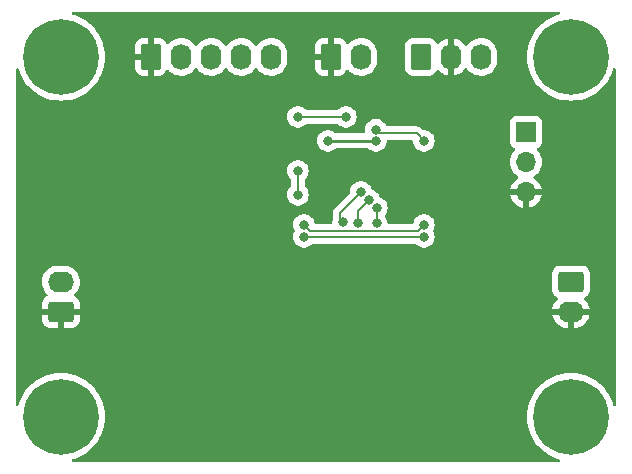
<source format=gbr>
%TF.GenerationSoftware,KiCad,Pcbnew,7.0.1-3b83917a11~172~ubuntu22.04.1*%
%TF.CreationDate,2023-04-03T12:58:31-05:00*%
%TF.ProjectId,adda-blinky,61646461-2d62-46c6-996e-6b792e6b6963,rev?*%
%TF.SameCoordinates,Original*%
%TF.FileFunction,Copper,L2,Bot*%
%TF.FilePolarity,Positive*%
%FSLAX46Y46*%
G04 Gerber Fmt 4.6, Leading zero omitted, Abs format (unit mm)*
G04 Created by KiCad (PCBNEW 7.0.1-3b83917a11~172~ubuntu22.04.1) date 2023-04-03 12:58:31*
%MOMM*%
%LPD*%
G01*
G04 APERTURE LIST*
G04 Aperture macros list*
%AMRoundRect*
0 Rectangle with rounded corners*
0 $1 Rounding radius*
0 $2 $3 $4 $5 $6 $7 $8 $9 X,Y pos of 4 corners*
0 Add a 4 corners polygon primitive as box body*
4,1,4,$2,$3,$4,$5,$6,$7,$8,$9,$2,$3,0*
0 Add four circle primitives for the rounded corners*
1,1,$1+$1,$2,$3*
1,1,$1+$1,$4,$5*
1,1,$1+$1,$6,$7*
1,1,$1+$1,$8,$9*
0 Add four rect primitives between the rounded corners*
20,1,$1+$1,$2,$3,$4,$5,0*
20,1,$1+$1,$4,$5,$6,$7,0*
20,1,$1+$1,$6,$7,$8,$9,0*
20,1,$1+$1,$8,$9,$2,$3,0*%
G04 Aperture macros list end*
%TA.AperFunction,ComponentPad*%
%ADD10RoundRect,0.250000X0.845000X-0.620000X0.845000X0.620000X-0.845000X0.620000X-0.845000X-0.620000X0*%
%TD*%
%TA.AperFunction,ComponentPad*%
%ADD11O,2.190000X1.740000*%
%TD*%
%TA.AperFunction,ComponentPad*%
%ADD12C,6.400000*%
%TD*%
%TA.AperFunction,ComponentPad*%
%ADD13R,1.700000X1.700000*%
%TD*%
%TA.AperFunction,ComponentPad*%
%ADD14O,1.700000X1.700000*%
%TD*%
%TA.AperFunction,ComponentPad*%
%ADD15RoundRect,0.250000X-0.620000X-0.845000X0.620000X-0.845000X0.620000X0.845000X-0.620000X0.845000X0*%
%TD*%
%TA.AperFunction,ComponentPad*%
%ADD16O,1.740000X2.190000*%
%TD*%
%TA.AperFunction,ComponentPad*%
%ADD17RoundRect,0.250000X-0.845000X0.620000X-0.845000X-0.620000X0.845000X-0.620000X0.845000X0.620000X0*%
%TD*%
%TA.AperFunction,ViaPad*%
%ADD18C,0.800000*%
%TD*%
%TA.AperFunction,Conductor*%
%ADD19C,0.152400*%
%TD*%
%TA.AperFunction,Conductor*%
%ADD20C,0.254000*%
%TD*%
G04 APERTURE END LIST*
D10*
%TO.P,J1,1,Pin_1*%
%TO.N,GND*%
X92710000Y-63500000D03*
D11*
%TO.P,J1,2,Pin_2*%
%TO.N,Net-(J1-Pin_2)*%
X92710000Y-60960000D03*
%TD*%
D12*
%TO.P,H3,1*%
%TO.N,N/C*%
X135890000Y-72390000D03*
%TD*%
D13*
%TO.P,RV1,1,1*%
%TO.N,+5V*%
X132080000Y-48275000D03*
D14*
%TO.P,RV1,2,2*%
%TO.N,/PB4*%
X132080000Y-50815000D03*
%TO.P,RV1,3,3*%
%TO.N,GND*%
X132080000Y-53355000D03*
%TD*%
D15*
%TO.P,J3,1,Pin_1*%
%TO.N,GND*%
X115570000Y-41910000D03*
D16*
%TO.P,J3,2,Pin_2*%
%TO.N,/PB5*%
X118110000Y-41910000D03*
%TD*%
D17*
%TO.P,J2,1,Pin_1*%
%TO.N,Net-(J2-Pin_1)*%
X135890000Y-60960000D03*
D11*
%TO.P,J2,2,Pin_2*%
%TO.N,GND*%
X135890000Y-63500000D03*
%TD*%
D12*
%TO.P,H4,1*%
%TO.N,N/C*%
X135890000Y-41910000D03*
%TD*%
%TO.P,H1,1*%
%TO.N,N/C*%
X92710000Y-41910000D03*
%TD*%
%TO.P,H2,1*%
%TO.N,N/C*%
X92710000Y-72390000D03*
%TD*%
D15*
%TO.P,J5,1,Pin_1*%
%TO.N,Net-(D10-A)*%
X123190000Y-41910000D03*
D16*
%TO.P,J5,2,Pin_2*%
%TO.N,GND*%
X125730000Y-41910000D03*
%TO.P,J5,3,Pin_3*%
%TO.N,/UPDI*%
X128270000Y-41910000D03*
%TD*%
D15*
%TO.P,J4,1,Pin_1*%
%TO.N,GND*%
X100330000Y-41910000D03*
D16*
%TO.P,J4,2,Pin_2*%
%TO.N,/PA4{slash}SS*%
X102870000Y-41910000D03*
%TO.P,J4,3,Pin_3*%
%TO.N,/PA3{slash}SCK*%
X105410000Y-41910000D03*
%TO.P,J4,4,Pin_4*%
%TO.N,/PA2{slash}MISO{slash}SCL*%
X107950000Y-41910000D03*
%TO.P,J4,5,Pin_5*%
%TO.N,/PA1{slash}MOSI{slash}SDA*%
X110490000Y-41910000D03*
%TD*%
D18*
%TO.N,/PB5*%
X112776000Y-46990000D03*
X112776000Y-53594000D03*
X116840000Y-46990000D03*
X112776000Y-51562000D03*
%TO.N,/PB4*%
X113284000Y-56134000D03*
X123444000Y-56134000D03*
%TO.N,/PC1*%
X119456194Y-54686194D03*
X119433333Y-56008722D03*
%TO.N,/PC2*%
X118783097Y-54013097D03*
X117856000Y-55987390D03*
%TO.N,/PC3*%
X118110000Y-53340000D03*
X116598100Y-55886641D03*
%TO.N,+5V*%
X119380000Y-49022000D03*
X115316000Y-49022000D03*
%TO.N,GND*%
X123323900Y-51562000D03*
X115570000Y-53340000D03*
X123323900Y-52578000D03*
X115570000Y-50546000D03*
%TO.N,/~{RESET}*%
X123444000Y-49022000D03*
X119380000Y-48070097D03*
%TO.N,/PA6{slash}OUT*%
X113284000Y-57150000D03*
X123444000Y-57150000D03*
%TD*%
D19*
%TO.N,/PB5*%
X116840000Y-46990000D02*
X116459025Y-46990000D01*
X112776000Y-51562000D02*
X112776000Y-53594000D01*
X116459025Y-46990000D02*
X112776000Y-46990000D01*
%TO.N,/PB4*%
X113284000Y-56134000D02*
X113787322Y-56637322D01*
X122940678Y-56637322D02*
X123444000Y-56134000D01*
X113787322Y-56637322D02*
X122940678Y-56637322D01*
%TO.N,/PC1*%
X119433333Y-56008722D02*
X119456194Y-55985861D01*
X119456194Y-55985861D02*
X119456194Y-54686194D01*
%TO.N,/PC2*%
X117856000Y-55987390D02*
X117856000Y-54940194D01*
X117856000Y-54940194D02*
X118783097Y-54013097D01*
%TO.N,/PC3*%
X116332000Y-55620541D02*
X116332000Y-55118000D01*
X116598100Y-55886641D02*
X116332000Y-55620541D01*
X116332000Y-55118000D02*
X118110000Y-53340000D01*
D20*
%TO.N,+5V*%
X119380000Y-49022000D02*
X115316000Y-49022000D01*
D19*
%TO.N,/~{RESET}*%
X119380000Y-48070097D02*
X119703303Y-48393400D01*
X122815400Y-48393400D02*
X123444000Y-49022000D01*
X119703303Y-48393400D02*
X122815400Y-48393400D01*
%TO.N,/PA6{slash}OUT*%
X123444000Y-57150000D02*
X113284000Y-57150000D01*
%TD*%
%TA.AperFunction,Conductor*%
%TO.N,GND*%
G36*
X134894088Y-38114511D02*
G01*
X134938406Y-38153377D01*
X134959770Y-38208315D01*
X134953353Y-38266911D01*
X134920604Y-38315922D01*
X134868925Y-38344275D01*
X134742436Y-38378167D01*
X134379547Y-38517467D01*
X134033201Y-38693939D01*
X133707210Y-38905640D01*
X133405121Y-39150268D01*
X133130268Y-39425121D01*
X132885640Y-39727210D01*
X132673939Y-40053201D01*
X132497467Y-40399547D01*
X132358167Y-40762436D01*
X132257560Y-41137906D01*
X132196753Y-41521822D01*
X132176411Y-41910000D01*
X132196753Y-42298177D01*
X132257560Y-42682093D01*
X132358167Y-43057563D01*
X132497467Y-43420452D01*
X132673939Y-43766799D01*
X132885640Y-44092789D01*
X132885643Y-44092793D01*
X133130266Y-44394876D01*
X133405124Y-44669734D01*
X133707207Y-44914357D01*
X133707209Y-44914358D01*
X133707210Y-44914359D01*
X134033200Y-45126060D01*
X134379547Y-45302532D01*
X134742438Y-45441833D01*
X135117901Y-45542438D01*
X135117904Y-45542438D01*
X135117906Y-45542439D01*
X135501822Y-45603246D01*
X135538648Y-45605175D01*
X135890000Y-45623589D01*
X136258846Y-45604258D01*
X136278177Y-45603246D01*
X136662093Y-45542439D01*
X136662093Y-45542438D01*
X136662099Y-45542438D01*
X137037562Y-45441833D01*
X137400453Y-45302532D01*
X137746795Y-45126062D01*
X137746794Y-45126062D01*
X137746799Y-45126060D01*
X137909794Y-45020209D01*
X138072793Y-44914357D01*
X138374876Y-44669734D01*
X138649734Y-44394876D01*
X138894357Y-44092793D01*
X139000209Y-43929793D01*
X139106060Y-43766799D01*
X139233218Y-43517237D01*
X139282532Y-43420453D01*
X139421833Y-43057562D01*
X139455725Y-42931074D01*
X139484078Y-42879396D01*
X139533089Y-42846647D01*
X139591685Y-42840230D01*
X139646623Y-42861594D01*
X139685489Y-42905912D01*
X139699500Y-42963169D01*
X139699500Y-71336831D01*
X139685489Y-71394088D01*
X139646623Y-71438406D01*
X139591685Y-71459770D01*
X139533089Y-71453353D01*
X139484078Y-71420604D01*
X139455725Y-71368925D01*
X139421833Y-71242438D01*
X139282532Y-70879547D01*
X139282531Y-70879546D01*
X139106060Y-70533201D01*
X138894359Y-70207210D01*
X138894357Y-70207207D01*
X138649734Y-69905124D01*
X138374876Y-69630266D01*
X138072793Y-69385643D01*
X138072791Y-69385642D01*
X138072789Y-69385640D01*
X137746799Y-69173939D01*
X137400452Y-68997467D01*
X137037563Y-68858167D01*
X136662093Y-68757560D01*
X136278177Y-68696753D01*
X135890000Y-68676411D01*
X135501822Y-68696753D01*
X135117906Y-68757560D01*
X134742436Y-68858167D01*
X134379547Y-68997467D01*
X134033201Y-69173939D01*
X133707210Y-69385640D01*
X133405121Y-69630268D01*
X133130268Y-69905121D01*
X132885640Y-70207210D01*
X132673939Y-70533201D01*
X132497467Y-70879547D01*
X132358167Y-71242436D01*
X132257560Y-71617906D01*
X132196753Y-72001822D01*
X132176411Y-72389999D01*
X132196753Y-72778177D01*
X132257560Y-73162093D01*
X132358167Y-73537563D01*
X132497467Y-73900452D01*
X132673939Y-74246799D01*
X132885640Y-74572789D01*
X132885643Y-74572793D01*
X133130266Y-74874876D01*
X133405124Y-75149734D01*
X133707207Y-75394357D01*
X133707209Y-75394358D01*
X133707210Y-75394359D01*
X134033200Y-75606060D01*
X134379546Y-75782531D01*
X134379547Y-75782532D01*
X134742438Y-75921833D01*
X134868925Y-75955725D01*
X134920604Y-75984078D01*
X134953353Y-76033089D01*
X134959770Y-76091685D01*
X134938406Y-76146623D01*
X134894088Y-76185489D01*
X134836831Y-76199500D01*
X93763169Y-76199500D01*
X93705912Y-76185489D01*
X93661594Y-76146623D01*
X93640230Y-76091685D01*
X93646647Y-76033089D01*
X93679396Y-75984078D01*
X93731075Y-75955725D01*
X93857562Y-75921833D01*
X94220453Y-75782532D01*
X94566795Y-75606062D01*
X94566794Y-75606062D01*
X94566799Y-75606060D01*
X94729793Y-75500209D01*
X94892793Y-75394357D01*
X95194876Y-75149734D01*
X95469734Y-74874876D01*
X95714357Y-74572793D01*
X95820209Y-74409793D01*
X95926060Y-74246799D01*
X95938338Y-74222701D01*
X96102532Y-73900453D01*
X96241833Y-73537562D01*
X96342438Y-73162099D01*
X96403246Y-72778176D01*
X96423589Y-72390000D01*
X96403246Y-72001824D01*
X96342438Y-71617901D01*
X96241833Y-71242438D01*
X96102532Y-70879547D01*
X96102531Y-70879546D01*
X95926060Y-70533201D01*
X95714359Y-70207210D01*
X95714357Y-70207207D01*
X95469734Y-69905124D01*
X95194876Y-69630266D01*
X94892793Y-69385643D01*
X94892791Y-69385642D01*
X94892789Y-69385640D01*
X94566799Y-69173939D01*
X94220452Y-68997467D01*
X93857563Y-68858167D01*
X93482093Y-68757560D01*
X93098177Y-68696753D01*
X92710000Y-68676411D01*
X92321822Y-68696753D01*
X91937906Y-68757560D01*
X91562436Y-68858167D01*
X91199547Y-68997467D01*
X90853201Y-69173939D01*
X90527210Y-69385640D01*
X90225121Y-69630268D01*
X89950268Y-69905121D01*
X89705640Y-70207210D01*
X89493939Y-70533201D01*
X89317467Y-70879547D01*
X89178167Y-71242436D01*
X89144275Y-71368925D01*
X89115922Y-71420604D01*
X89066911Y-71453353D01*
X89008315Y-71459770D01*
X88953377Y-71438406D01*
X88914511Y-71394088D01*
X88900500Y-71336831D01*
X88900500Y-63750000D01*
X91115001Y-63750000D01*
X91115001Y-64169979D01*
X91125493Y-64272695D01*
X91180642Y-64439122D01*
X91272683Y-64588345D01*
X91396654Y-64712316D01*
X91545877Y-64804357D01*
X91712303Y-64859506D01*
X91815021Y-64870000D01*
X92460000Y-64870000D01*
X92460000Y-63750000D01*
X92960000Y-63750000D01*
X92960000Y-64869999D01*
X93604979Y-64869999D01*
X93707695Y-64859506D01*
X93874122Y-64804357D01*
X94023345Y-64712316D01*
X94147316Y-64588345D01*
X94239357Y-64439122D01*
X94294506Y-64272696D01*
X94305000Y-64169979D01*
X94305000Y-63750000D01*
X134317425Y-63750000D01*
X134350317Y-63902621D01*
X134437267Y-64119005D01*
X134559543Y-64317594D01*
X134713618Y-64492657D01*
X134895057Y-64639160D01*
X135098655Y-64752896D01*
X135318544Y-64830588D01*
X135548394Y-64870000D01*
X135640000Y-64870000D01*
X135640000Y-63750000D01*
X136140000Y-63750000D01*
X136140000Y-64870000D01*
X136173198Y-64870000D01*
X136347364Y-64855176D01*
X136573054Y-64796410D01*
X136785557Y-64700353D01*
X136978772Y-64569763D01*
X137147139Y-64408396D01*
X137285812Y-64220898D01*
X137390803Y-64012660D01*
X137459092Y-63789673D01*
X137464173Y-63750000D01*
X136140000Y-63750000D01*
X135640000Y-63750000D01*
X134317425Y-63750000D01*
X94305000Y-63750000D01*
X92960000Y-63750000D01*
X92460000Y-63750000D01*
X91115001Y-63750000D01*
X88900500Y-63750000D01*
X88900500Y-60901286D01*
X91102763Y-60901286D01*
X91112721Y-61135724D01*
X91162159Y-61365118D01*
X91249651Y-61582851D01*
X91372680Y-61782662D01*
X91527712Y-61958813D01*
X91565566Y-61989378D01*
X91601185Y-62035959D01*
X91611419Y-62093697D01*
X91593978Y-62149682D01*
X91552764Y-62191393D01*
X91396655Y-62287682D01*
X91272683Y-62411654D01*
X91180642Y-62560877D01*
X91125493Y-62727303D01*
X91115000Y-62830021D01*
X91115000Y-63250000D01*
X94304999Y-63250000D01*
X94304999Y-62830021D01*
X94294506Y-62727304D01*
X94239357Y-62560877D01*
X94147316Y-62411654D01*
X94023346Y-62287684D01*
X93866873Y-62191171D01*
X93827037Y-62151701D01*
X93808663Y-62098719D01*
X93815507Y-62043061D01*
X93846168Y-61996111D01*
X93973543Y-61874033D01*
X94113077Y-61685371D01*
X94140720Y-61630544D01*
X134286500Y-61630544D01*
X134297112Y-61734425D01*
X134352884Y-61902736D01*
X134445971Y-62053654D01*
X134571346Y-62179029D01*
X134606515Y-62200721D01*
X134722262Y-62272115D01*
X134722264Y-62272115D01*
X134734259Y-62279514D01*
X134774095Y-62318983D01*
X134792470Y-62371965D01*
X134785627Y-62427623D01*
X134754964Y-62474575D01*
X134632861Y-62591602D01*
X134494187Y-62779101D01*
X134389196Y-62987339D01*
X134320907Y-63210326D01*
X134315827Y-63250000D01*
X137462575Y-63250000D01*
X137429682Y-63097378D01*
X137342732Y-62880994D01*
X137220456Y-62682405D01*
X137066383Y-62507344D01*
X137033773Y-62481013D01*
X136998154Y-62434432D01*
X136987921Y-62376694D01*
X137005362Y-62320709D01*
X137046577Y-62278998D01*
X137057734Y-62272116D01*
X137057738Y-62272115D01*
X137208652Y-62179030D01*
X137334030Y-62053652D01*
X137427115Y-61902738D01*
X137482887Y-61734426D01*
X137493500Y-61630545D01*
X137493499Y-60289456D01*
X137482887Y-60185574D01*
X137427115Y-60017262D01*
X137334030Y-59866348D01*
X137334029Y-59866347D01*
X137334028Y-59866345D01*
X137208654Y-59740971D01*
X137070155Y-59655544D01*
X137057738Y-59647885D01*
X137057737Y-59647884D01*
X137057736Y-59647884D01*
X136889426Y-59592112D01*
X136795173Y-59582483D01*
X136785544Y-59581500D01*
X134994455Y-59581500D01*
X134890574Y-59592112D01*
X134722263Y-59647884D01*
X134571345Y-59740971D01*
X134445971Y-59866345D01*
X134352884Y-60017263D01*
X134297112Y-60185573D01*
X134286500Y-60289455D01*
X134286500Y-61630544D01*
X94140720Y-61630544D01*
X94218720Y-61475841D01*
X94287432Y-61251471D01*
X94317237Y-61018717D01*
X94307278Y-60784273D01*
X94257841Y-60554884D01*
X94170349Y-60337150D01*
X94170348Y-60337148D01*
X94047319Y-60137337D01*
X93892284Y-59961182D01*
X93709719Y-59813771D01*
X93504858Y-59699329D01*
X93283605Y-59621155D01*
X93052330Y-59581500D01*
X93052328Y-59581500D01*
X92426442Y-59581500D01*
X92426439Y-59581500D01*
X92251191Y-59596415D01*
X92024104Y-59655543D01*
X91810282Y-59752198D01*
X91615868Y-59883599D01*
X91446456Y-60045967D01*
X91306923Y-60234628D01*
X91201280Y-60444158D01*
X91132568Y-60668529D01*
X91102763Y-60901286D01*
X88900500Y-60901286D01*
X88900500Y-57150000D01*
X112370496Y-57150000D01*
X112390458Y-57339929D01*
X112449472Y-57521556D01*
X112544957Y-57686941D01*
X112544960Y-57686944D01*
X112672747Y-57828866D01*
X112827247Y-57941117D01*
X112827248Y-57941118D01*
X113001714Y-58018795D01*
X113188511Y-58058500D01*
X113188513Y-58058500D01*
X113379487Y-58058500D01*
X113379489Y-58058500D01*
X113566285Y-58018795D01*
X113566286Y-58018794D01*
X113566288Y-58018794D01*
X113740752Y-57941118D01*
X113895253Y-57828866D01*
X113943099Y-57775727D01*
X113984813Y-57745420D01*
X114035248Y-57734700D01*
X122692752Y-57734700D01*
X122743187Y-57745420D01*
X122784900Y-57775727D01*
X122832747Y-57828866D01*
X122987248Y-57941118D01*
X123161714Y-58018795D01*
X123348511Y-58058500D01*
X123348513Y-58058500D01*
X123539487Y-58058500D01*
X123539489Y-58058500D01*
X123726285Y-58018795D01*
X123726286Y-58018794D01*
X123726288Y-58018794D01*
X123900752Y-57941118D01*
X124055253Y-57828866D01*
X124183040Y-57686944D01*
X124278527Y-57521556D01*
X124337542Y-57339928D01*
X124357504Y-57150000D01*
X124337542Y-56960072D01*
X124278527Y-56778444D01*
X124235546Y-56703999D01*
X124218933Y-56641998D01*
X124235547Y-56579998D01*
X124278526Y-56505558D01*
X124278528Y-56505553D01*
X124337542Y-56323928D01*
X124357504Y-56134000D01*
X124337542Y-55944072D01*
X124278527Y-55762444D01*
X124278527Y-55762443D01*
X124183042Y-55597058D01*
X124154328Y-55565168D01*
X124055253Y-55455134D01*
X123900752Y-55342882D01*
X123900751Y-55342881D01*
X123726285Y-55265204D01*
X123539489Y-55225500D01*
X123539487Y-55225500D01*
X123348513Y-55225500D01*
X123348511Y-55225500D01*
X123161714Y-55265204D01*
X122987248Y-55342881D01*
X122832748Y-55455133D01*
X122704957Y-55597058D01*
X122609472Y-55762443D01*
X122561405Y-55910379D01*
X122551267Y-55941584D01*
X122546431Y-55956467D01*
X122545421Y-55956139D01*
X122530199Y-55997963D01*
X122485613Y-56038108D01*
X122427399Y-56052622D01*
X120463101Y-56052622D01*
X120404887Y-56038108D01*
X120360300Y-55997962D01*
X120339780Y-55941586D01*
X120326875Y-55818794D01*
X120267860Y-55637166D01*
X120267860Y-55637165D01*
X120172373Y-55471777D01*
X120146573Y-55443123D01*
X120118407Y-55390149D01*
X120118408Y-55330153D01*
X120146575Y-55277179D01*
X120157357Y-55265204D01*
X120195234Y-55223138D01*
X120290721Y-55057750D01*
X120349736Y-54876122D01*
X120369698Y-54686194D01*
X120349736Y-54496266D01*
X120290721Y-54314638D01*
X120290721Y-54314637D01*
X120195236Y-54149252D01*
X120090180Y-54032576D01*
X120067447Y-54007328D01*
X119912946Y-53895076D01*
X119912945Y-53895075D01*
X119807067Y-53847935D01*
X119738482Y-53817400D01*
X119738480Y-53817399D01*
X119726577Y-53812100D01*
X119727025Y-53811093D01*
X119682871Y-53788594D01*
X119647914Y-53734764D01*
X119617624Y-53641540D01*
X119596528Y-53605000D01*
X130749364Y-53605000D01*
X130806569Y-53818492D01*
X130906399Y-54032576D01*
X131041893Y-54226081D01*
X131208918Y-54393106D01*
X131402423Y-54528600D01*
X131616507Y-54628430D01*
X131829999Y-54685635D01*
X131830000Y-54685636D01*
X131830000Y-53605000D01*
X132330000Y-53605000D01*
X132330000Y-54685635D01*
X132543492Y-54628430D01*
X132757576Y-54528600D01*
X132951081Y-54393106D01*
X133118106Y-54226081D01*
X133253600Y-54032576D01*
X133353430Y-53818492D01*
X133410636Y-53605000D01*
X132330000Y-53605000D01*
X131830000Y-53605000D01*
X130749364Y-53605000D01*
X119596528Y-53605000D01*
X119522139Y-53476155D01*
X119502539Y-53454388D01*
X119394350Y-53334231D01*
X119239849Y-53221979D01*
X119239848Y-53221978D01*
X119078342Y-53150072D01*
X119065385Y-53144303D01*
X119065383Y-53144302D01*
X119053480Y-53139003D01*
X119053928Y-53137996D01*
X119009774Y-53115497D01*
X118974817Y-53061667D01*
X118944527Y-52968443D01*
X118849042Y-52803058D01*
X118829442Y-52781291D01*
X118721253Y-52661134D01*
X118566752Y-52548882D01*
X118566751Y-52548881D01*
X118392285Y-52471204D01*
X118205489Y-52431500D01*
X118205487Y-52431500D01*
X118014513Y-52431500D01*
X118014511Y-52431500D01*
X117827714Y-52471204D01*
X117653248Y-52548881D01*
X117498748Y-52661133D01*
X117370957Y-52803058D01*
X117275472Y-52968443D01*
X117216458Y-53150070D01*
X117196496Y-53340000D01*
X117198551Y-53359555D01*
X117192117Y-53413908D01*
X117162911Y-53460196D01*
X115951404Y-54671704D01*
X115939213Y-54682396D01*
X115914988Y-54700985D01*
X115855423Y-54778611D01*
X115855422Y-54778613D01*
X115820986Y-54823491D01*
X115819710Y-54826882D01*
X115762350Y-54965362D01*
X115762350Y-54965363D01*
X115753736Y-55030796D01*
X115742254Y-55118000D01*
X115742255Y-55118000D01*
X115746239Y-55148261D01*
X115747300Y-55164447D01*
X115747300Y-55545528D01*
X115741231Y-55583846D01*
X115704558Y-55696711D01*
X115684596Y-55886641D01*
X115687646Y-55915662D01*
X115675775Y-55982981D01*
X115630035Y-56033780D01*
X115564325Y-56052622D01*
X114300601Y-56052622D01*
X114242387Y-56038108D01*
X114197801Y-55997963D01*
X114182578Y-55956139D01*
X114181569Y-55956467D01*
X114176733Y-55941584D01*
X114118527Y-55762444D01*
X114118527Y-55762443D01*
X114023042Y-55597058D01*
X113994328Y-55565168D01*
X113895253Y-55455134D01*
X113740752Y-55342882D01*
X113740751Y-55342881D01*
X113566285Y-55265204D01*
X113379489Y-55225500D01*
X113379487Y-55225500D01*
X113188513Y-55225500D01*
X113188511Y-55225500D01*
X113001714Y-55265204D01*
X112827248Y-55342881D01*
X112672748Y-55455133D01*
X112544957Y-55597058D01*
X112449472Y-55762443D01*
X112390458Y-55944070D01*
X112370496Y-56133999D01*
X112390458Y-56323929D01*
X112449471Y-56505553D01*
X112449473Y-56505556D01*
X112492453Y-56580000D01*
X112509066Y-56641998D01*
X112492453Y-56703999D01*
X112449472Y-56778443D01*
X112390458Y-56960070D01*
X112370496Y-57150000D01*
X88900500Y-57150000D01*
X88900500Y-53594000D01*
X111862496Y-53594000D01*
X111882458Y-53783929D01*
X111941472Y-53965556D01*
X112036957Y-54130941D01*
X112066355Y-54163591D01*
X112164747Y-54272866D01*
X112319248Y-54385118D01*
X112493714Y-54462795D01*
X112680511Y-54502500D01*
X112680513Y-54502500D01*
X112871487Y-54502500D01*
X112871489Y-54502500D01*
X113058285Y-54462795D01*
X113058286Y-54462794D01*
X113058288Y-54462794D01*
X113232752Y-54385118D01*
X113387253Y-54272866D01*
X113515040Y-54130944D01*
X113586411Y-54007327D01*
X113610527Y-53965556D01*
X113610527Y-53965555D01*
X113669542Y-53783928D01*
X113689504Y-53594000D01*
X113669542Y-53404072D01*
X113610527Y-53222444D01*
X113610527Y-53222443D01*
X113515040Y-53057056D01*
X113392550Y-52921017D01*
X113368936Y-52882483D01*
X113360700Y-52838045D01*
X113360700Y-52317955D01*
X113368936Y-52273517D01*
X113392550Y-52234983D01*
X113432840Y-52190236D01*
X113515040Y-52098944D01*
X113610527Y-51933556D01*
X113669542Y-51751928D01*
X113689504Y-51562000D01*
X113669542Y-51372072D01*
X113610527Y-51190444D01*
X113610527Y-51190443D01*
X113515042Y-51025058D01*
X113495442Y-51003291D01*
X113387253Y-50883134D01*
X113293475Y-50815000D01*
X130716843Y-50815000D01*
X130735435Y-51039363D01*
X130735435Y-51039366D01*
X130735436Y-51039368D01*
X130773693Y-51190443D01*
X130790705Y-51257618D01*
X130881138Y-51463788D01*
X130881140Y-51463791D01*
X131004278Y-51652268D01*
X131156760Y-51817906D01*
X131334424Y-51956189D01*
X131377697Y-51979607D01*
X131423336Y-52022156D01*
X131442475Y-52081545D01*
X131430267Y-52142737D01*
X131389803Y-52190236D01*
X131208918Y-52316893D01*
X131041890Y-52483921D01*
X130906400Y-52677421D01*
X130806569Y-52891507D01*
X130749364Y-53104999D01*
X130749364Y-53105000D01*
X133410636Y-53105000D01*
X133410635Y-53104999D01*
X133353430Y-52891507D01*
X133253599Y-52677421D01*
X133118109Y-52483921D01*
X132951081Y-52316893D01*
X132770197Y-52190236D01*
X132729733Y-52142737D01*
X132717525Y-52081545D01*
X132736664Y-52022156D01*
X132782302Y-51979607D01*
X132825576Y-51956189D01*
X133003240Y-51817906D01*
X133155722Y-51652268D01*
X133278860Y-51463791D01*
X133369296Y-51257616D01*
X133424564Y-51039368D01*
X133443156Y-50815000D01*
X133424564Y-50590632D01*
X133369296Y-50372384D01*
X133278860Y-50166209D01*
X133155722Y-49977732D01*
X133155721Y-49977731D01*
X133155718Y-49977726D01*
X133010510Y-49819990D01*
X132981736Y-49767238D01*
X132981143Y-49707151D01*
X133008870Y-49653840D01*
X133058401Y-49619827D01*
X133176204Y-49575889D01*
X133293261Y-49488261D01*
X133380889Y-49371204D01*
X133431989Y-49234201D01*
X133438500Y-49173638D01*
X133438500Y-47376362D01*
X133431989Y-47315799D01*
X133431988Y-47315797D01*
X133431988Y-47315794D01*
X133380889Y-47178796D01*
X133293261Y-47061738D01*
X133176203Y-46974110D01*
X133039205Y-46923011D01*
X133008919Y-46919755D01*
X132978638Y-46916500D01*
X131181362Y-46916500D01*
X131154445Y-46919393D01*
X131120794Y-46923011D01*
X130983796Y-46974110D01*
X130866738Y-47061738D01*
X130779110Y-47178796D01*
X130728011Y-47315794D01*
X130721500Y-47376366D01*
X130721500Y-49173634D01*
X130728011Y-49234205D01*
X130779110Y-49371203D01*
X130866738Y-49488261D01*
X130961156Y-49558941D01*
X130983796Y-49575889D01*
X131101596Y-49619826D01*
X131151129Y-49653840D01*
X131178856Y-49707151D01*
X131178263Y-49767237D01*
X131149490Y-49819990D01*
X131004279Y-49977730D01*
X130881138Y-50166211D01*
X130790705Y-50372381D01*
X130735435Y-50590636D01*
X130716843Y-50815000D01*
X113293475Y-50815000D01*
X113232752Y-50770882D01*
X113232751Y-50770881D01*
X113058285Y-50693204D01*
X112871489Y-50653500D01*
X112871487Y-50653500D01*
X112680513Y-50653500D01*
X112680511Y-50653500D01*
X112493714Y-50693204D01*
X112319248Y-50770881D01*
X112164748Y-50883133D01*
X112036957Y-51025058D01*
X111941472Y-51190443D01*
X111882458Y-51372070D01*
X111862496Y-51562000D01*
X111882458Y-51751929D01*
X111941472Y-51933556D01*
X112036959Y-52098943D01*
X112159450Y-52234983D01*
X112183064Y-52273517D01*
X112191300Y-52317955D01*
X112191300Y-52838045D01*
X112183064Y-52882483D01*
X112159450Y-52921017D01*
X112036959Y-53057056D01*
X111941472Y-53222443D01*
X111882458Y-53404070D01*
X111862496Y-53594000D01*
X88900500Y-53594000D01*
X88900500Y-49021999D01*
X114402496Y-49021999D01*
X114422458Y-49211929D01*
X114481472Y-49393556D01*
X114576957Y-49558941D01*
X114592217Y-49575889D01*
X114704747Y-49700866D01*
X114796100Y-49767238D01*
X114859248Y-49813118D01*
X115033714Y-49890795D01*
X115220511Y-49930500D01*
X115220513Y-49930500D01*
X115411487Y-49930500D01*
X115411489Y-49930500D01*
X115598285Y-49890795D01*
X115598286Y-49890794D01*
X115598288Y-49890794D01*
X115772752Y-49813118D01*
X115927253Y-49700866D01*
X115929359Y-49698526D01*
X115971074Y-49668220D01*
X116021508Y-49657500D01*
X118674492Y-49657500D01*
X118724926Y-49668220D01*
X118766640Y-49698526D01*
X118768747Y-49700866D01*
X118860100Y-49767238D01*
X118923248Y-49813118D01*
X119097714Y-49890795D01*
X119284511Y-49930500D01*
X119284513Y-49930500D01*
X119475487Y-49930500D01*
X119475489Y-49930500D01*
X119662285Y-49890795D01*
X119662286Y-49890794D01*
X119662288Y-49890794D01*
X119836752Y-49813118D01*
X119991253Y-49700866D01*
X120119040Y-49558944D01*
X120214527Y-49393556D01*
X120273542Y-49211928D01*
X120286447Y-49089135D01*
X120306967Y-49032760D01*
X120351554Y-48992614D01*
X120409768Y-48978100D01*
X122414232Y-48978100D01*
X122472446Y-48992614D01*
X122517033Y-49032760D01*
X122537552Y-49089135D01*
X122546433Y-49173634D01*
X122550458Y-49211929D01*
X122609472Y-49393556D01*
X122704957Y-49558941D01*
X122720217Y-49575889D01*
X122832747Y-49700866D01*
X122924100Y-49767238D01*
X122987248Y-49813118D01*
X123161714Y-49890795D01*
X123348511Y-49930500D01*
X123348513Y-49930500D01*
X123539487Y-49930500D01*
X123539489Y-49930500D01*
X123726285Y-49890795D01*
X123726286Y-49890794D01*
X123726288Y-49890794D01*
X123900752Y-49813118D01*
X124055253Y-49700866D01*
X124183040Y-49558944D01*
X124278527Y-49393556D01*
X124337542Y-49211928D01*
X124357504Y-49022000D01*
X124337542Y-48832072D01*
X124278527Y-48650444D01*
X124278527Y-48650443D01*
X124183042Y-48485058D01*
X124163442Y-48463291D01*
X124055253Y-48343134D01*
X123900752Y-48230882D01*
X123900751Y-48230881D01*
X123726285Y-48153204D01*
X123539489Y-48113500D01*
X123539487Y-48113500D01*
X123413752Y-48113500D01*
X123366299Y-48104061D01*
X123326071Y-48077181D01*
X123261693Y-48012803D01*
X123250997Y-48000607D01*
X123232412Y-47976386D01*
X123130909Y-47898501D01*
X123130908Y-47898500D01*
X123110273Y-47882666D01*
X123110272Y-47882665D01*
X123081456Y-47870730D01*
X123052640Y-47858794D01*
X122968036Y-47823749D01*
X122845665Y-47807639D01*
X122845660Y-47807639D01*
X122815399Y-47803654D01*
X122787763Y-47807293D01*
X122785137Y-47807639D01*
X122768953Y-47808700D01*
X120340411Y-47808700D01*
X120289975Y-47797979D01*
X120248260Y-47767672D01*
X120222480Y-47723017D01*
X120214527Y-47698541D01*
X120119042Y-47533155D01*
X120099442Y-47511388D01*
X119991253Y-47391231D01*
X119836752Y-47278979D01*
X119836751Y-47278978D01*
X119662285Y-47201301D01*
X119475489Y-47161597D01*
X119475487Y-47161597D01*
X119284513Y-47161597D01*
X119284511Y-47161597D01*
X119097714Y-47201301D01*
X118923248Y-47278978D01*
X118768748Y-47391230D01*
X118640957Y-47533155D01*
X118545472Y-47698540D01*
X118486458Y-47880167D01*
X118473122Y-48007055D01*
X118466496Y-48070097D01*
X118485356Y-48249542D01*
X118473487Y-48316858D01*
X118427746Y-48367658D01*
X118362036Y-48386500D01*
X116021508Y-48386500D01*
X115971074Y-48375780D01*
X115929360Y-48345474D01*
X115927255Y-48343136D01*
X115927254Y-48343135D01*
X115927253Y-48343134D01*
X115772752Y-48230882D01*
X115772751Y-48230881D01*
X115598285Y-48153204D01*
X115411489Y-48113500D01*
X115411487Y-48113500D01*
X115220513Y-48113500D01*
X115220511Y-48113500D01*
X115033714Y-48153204D01*
X114859248Y-48230881D01*
X114704748Y-48343133D01*
X114576957Y-48485058D01*
X114481472Y-48650443D01*
X114422458Y-48832070D01*
X114402496Y-49021999D01*
X88900500Y-49021999D01*
X88900500Y-46990000D01*
X111862496Y-46990000D01*
X111882458Y-47179929D01*
X111941472Y-47361556D01*
X112036957Y-47526941D01*
X112042552Y-47533155D01*
X112164747Y-47668866D01*
X112300741Y-47767672D01*
X112319248Y-47781118D01*
X112493714Y-47858795D01*
X112680511Y-47898500D01*
X112680513Y-47898500D01*
X112871487Y-47898500D01*
X112871489Y-47898500D01*
X113058285Y-47858795D01*
X113058286Y-47858794D01*
X113058288Y-47858794D01*
X113232752Y-47781118D01*
X113387253Y-47668866D01*
X113435099Y-47615727D01*
X113476813Y-47585420D01*
X113527248Y-47574700D01*
X116088752Y-47574700D01*
X116139187Y-47585420D01*
X116180900Y-47615727D01*
X116228747Y-47668866D01*
X116364741Y-47767672D01*
X116383248Y-47781118D01*
X116557714Y-47858795D01*
X116744511Y-47898500D01*
X116744513Y-47898500D01*
X116935487Y-47898500D01*
X116935489Y-47898500D01*
X117122285Y-47858795D01*
X117122286Y-47858794D01*
X117122288Y-47858794D01*
X117296752Y-47781118D01*
X117451253Y-47668866D01*
X117579040Y-47526944D01*
X117674527Y-47361556D01*
X117733542Y-47179928D01*
X117753504Y-46990000D01*
X117733542Y-46800072D01*
X117674527Y-46618444D01*
X117674527Y-46618443D01*
X117579042Y-46453058D01*
X117526388Y-46394580D01*
X117451253Y-46311134D01*
X117296752Y-46198882D01*
X117296751Y-46198881D01*
X117122285Y-46121204D01*
X116935489Y-46081500D01*
X116935487Y-46081500D01*
X116744513Y-46081500D01*
X116744511Y-46081500D01*
X116557714Y-46121204D01*
X116383248Y-46198881D01*
X116261922Y-46287030D01*
X116228749Y-46311133D01*
X116228746Y-46311135D01*
X116180902Y-46364272D01*
X116139187Y-46394580D01*
X116088752Y-46405300D01*
X113527248Y-46405300D01*
X113476813Y-46394580D01*
X113435098Y-46364272D01*
X113387253Y-46311134D01*
X113232752Y-46198882D01*
X113232751Y-46198881D01*
X113058285Y-46121204D01*
X112871489Y-46081500D01*
X112871487Y-46081500D01*
X112680513Y-46081500D01*
X112680511Y-46081500D01*
X112493714Y-46121204D01*
X112319248Y-46198881D01*
X112164748Y-46311133D01*
X112036957Y-46453058D01*
X111941472Y-46618443D01*
X111882458Y-46800070D01*
X111862496Y-46990000D01*
X88900500Y-46990000D01*
X88900500Y-42963169D01*
X88914511Y-42905912D01*
X88953377Y-42861594D01*
X89008315Y-42840230D01*
X89066911Y-42846647D01*
X89115922Y-42879396D01*
X89144275Y-42931075D01*
X89178167Y-43057563D01*
X89317467Y-43420452D01*
X89493939Y-43766799D01*
X89705640Y-44092789D01*
X89705643Y-44092793D01*
X89950266Y-44394876D01*
X90225124Y-44669734D01*
X90527207Y-44914357D01*
X90527209Y-44914358D01*
X90527210Y-44914359D01*
X90853200Y-45126060D01*
X91199547Y-45302532D01*
X91562438Y-45441833D01*
X91937901Y-45542438D01*
X91937904Y-45542438D01*
X91937906Y-45542439D01*
X92321822Y-45603246D01*
X92358648Y-45605175D01*
X92710000Y-45623589D01*
X93078846Y-45604258D01*
X93098177Y-45603246D01*
X93482093Y-45542439D01*
X93482093Y-45542438D01*
X93482099Y-45542438D01*
X93857562Y-45441833D01*
X94220453Y-45302532D01*
X94566795Y-45126062D01*
X94566794Y-45126062D01*
X94566799Y-45126060D01*
X94729794Y-45020209D01*
X94892793Y-44914357D01*
X95194876Y-44669734D01*
X95469734Y-44394876D01*
X95714357Y-44092793D01*
X95820209Y-43929794D01*
X95926060Y-43766799D01*
X96053218Y-43517237D01*
X96102532Y-43420453D01*
X96241833Y-43057562D01*
X96342438Y-42682099D01*
X96403246Y-42298176D01*
X96410487Y-42160000D01*
X98960001Y-42160000D01*
X98960001Y-42804979D01*
X98970493Y-42907695D01*
X99025642Y-43074122D01*
X99117683Y-43223345D01*
X99241654Y-43347316D01*
X99390877Y-43439357D01*
X99557303Y-43494506D01*
X99660021Y-43505000D01*
X100080000Y-43505000D01*
X100080000Y-43504999D01*
X100580000Y-43504999D01*
X100999979Y-43504999D01*
X101102695Y-43494506D01*
X101269122Y-43439357D01*
X101418345Y-43347316D01*
X101542316Y-43223345D01*
X101638828Y-43066874D01*
X101678297Y-43027038D01*
X101731279Y-43008663D01*
X101786938Y-43015507D01*
X101833890Y-43046170D01*
X101872429Y-43086381D01*
X101955967Y-43173543D01*
X102144629Y-43313077D01*
X102354159Y-43418720D01*
X102578529Y-43487432D01*
X102811283Y-43517237D01*
X103045727Y-43507278D01*
X103275116Y-43457841D01*
X103492850Y-43370349D01*
X103692665Y-43247317D01*
X103868815Y-43092286D01*
X103880564Y-43077736D01*
X103998984Y-42931075D01*
X104016230Y-42909716D01*
X104032749Y-42880144D01*
X104075988Y-42835028D01*
X104135740Y-42816728D01*
X104196828Y-42829893D01*
X104243739Y-42871179D01*
X104333599Y-43004131D01*
X104412429Y-43086381D01*
X104495967Y-43173543D01*
X104684629Y-43313077D01*
X104894159Y-43418720D01*
X105118529Y-43487432D01*
X105351283Y-43517237D01*
X105585727Y-43507278D01*
X105815116Y-43457841D01*
X106032850Y-43370349D01*
X106232665Y-43247317D01*
X106408815Y-43092286D01*
X106420564Y-43077736D01*
X106538984Y-42931075D01*
X106556230Y-42909716D01*
X106572749Y-42880144D01*
X106615988Y-42835028D01*
X106675740Y-42816728D01*
X106736828Y-42829893D01*
X106783739Y-42871179D01*
X106873599Y-43004131D01*
X106952429Y-43086381D01*
X107035967Y-43173543D01*
X107224629Y-43313077D01*
X107434159Y-43418720D01*
X107658529Y-43487432D01*
X107891283Y-43517237D01*
X108125727Y-43507278D01*
X108355116Y-43457841D01*
X108572850Y-43370349D01*
X108772665Y-43247317D01*
X108948815Y-43092286D01*
X108960564Y-43077736D01*
X109078984Y-42931075D01*
X109096230Y-42909716D01*
X109112749Y-42880144D01*
X109155988Y-42835028D01*
X109215740Y-42816728D01*
X109276828Y-42829893D01*
X109323739Y-42871179D01*
X109413599Y-43004131D01*
X109492429Y-43086381D01*
X109575967Y-43173543D01*
X109764629Y-43313077D01*
X109974159Y-43418720D01*
X110198529Y-43487432D01*
X110431283Y-43517237D01*
X110665727Y-43507278D01*
X110895116Y-43457841D01*
X111112850Y-43370349D01*
X111312665Y-43247317D01*
X111488815Y-43092286D01*
X111500562Y-43077738D01*
X111636228Y-42909719D01*
X111636392Y-42909426D01*
X111750670Y-42704859D01*
X111828843Y-42483608D01*
X111848528Y-42368810D01*
X111868500Y-42252330D01*
X111868500Y-42160000D01*
X114200001Y-42160000D01*
X114200001Y-42804979D01*
X114210493Y-42907695D01*
X114265642Y-43074122D01*
X114357683Y-43223345D01*
X114481654Y-43347316D01*
X114630877Y-43439357D01*
X114797303Y-43494506D01*
X114900021Y-43505000D01*
X115320000Y-43505000D01*
X115320000Y-43504999D01*
X115820000Y-43504999D01*
X116239979Y-43504999D01*
X116342695Y-43494506D01*
X116509122Y-43439357D01*
X116658345Y-43347316D01*
X116782316Y-43223345D01*
X116878828Y-43066874D01*
X116918297Y-43027038D01*
X116971279Y-43008663D01*
X117026938Y-43015507D01*
X117073890Y-43046170D01*
X117112429Y-43086381D01*
X117195967Y-43173543D01*
X117384629Y-43313077D01*
X117594159Y-43418720D01*
X117818529Y-43487432D01*
X118051283Y-43517237D01*
X118285727Y-43507278D01*
X118515116Y-43457841D01*
X118732850Y-43370349D01*
X118932665Y-43247317D01*
X119108815Y-43092286D01*
X119120562Y-43077738D01*
X119256228Y-42909719D01*
X119256392Y-42909426D01*
X119314424Y-42805544D01*
X121811500Y-42805544D01*
X121822112Y-42909425D01*
X121877884Y-43077736D01*
X121877885Y-43077738D01*
X121924427Y-43153195D01*
X121970971Y-43228654D01*
X122096345Y-43354028D01*
X122096347Y-43354029D01*
X122096348Y-43354030D01*
X122247262Y-43447115D01*
X122279629Y-43457840D01*
X122415573Y-43502887D01*
X122425202Y-43503870D01*
X122519455Y-43513500D01*
X123860544Y-43513499D01*
X123964426Y-43502887D01*
X124132738Y-43447115D01*
X124283652Y-43354030D01*
X124409030Y-43228652D01*
X124502115Y-43077738D01*
X124502116Y-43077733D01*
X124509514Y-43065740D01*
X124548983Y-43025904D01*
X124601965Y-43007529D01*
X124657623Y-43014372D01*
X124704575Y-43045035D01*
X124821602Y-43167139D01*
X125009101Y-43305812D01*
X125217339Y-43410803D01*
X125440326Y-43479092D01*
X125480000Y-43484172D01*
X125480000Y-43482575D01*
X125980000Y-43482575D01*
X126132621Y-43449682D01*
X126349005Y-43362732D01*
X126547594Y-43240456D01*
X126722657Y-43086381D01*
X126869161Y-42904940D01*
X126887420Y-42872256D01*
X126930659Y-42827140D01*
X126990411Y-42808841D01*
X127051499Y-42822006D01*
X127098408Y-42863291D01*
X127126558Y-42904940D01*
X127193599Y-43004131D01*
X127272429Y-43086381D01*
X127355967Y-43173543D01*
X127544629Y-43313077D01*
X127754159Y-43418720D01*
X127978529Y-43487432D01*
X128211283Y-43517237D01*
X128445727Y-43507278D01*
X128675116Y-43457841D01*
X128892850Y-43370349D01*
X129092665Y-43247317D01*
X129268815Y-43092286D01*
X129280562Y-43077738D01*
X129416228Y-42909719D01*
X129416392Y-42909426D01*
X129530670Y-42704859D01*
X129608843Y-42483608D01*
X129628528Y-42368810D01*
X129648500Y-42252330D01*
X129648500Y-41626439D01*
X129633584Y-41451191D01*
X129574456Y-41224104D01*
X129477801Y-41010282D01*
X129346400Y-40815868D01*
X129184032Y-40646456D01*
X128995371Y-40506923D01*
X128785841Y-40401280D01*
X128718450Y-40380642D01*
X128561471Y-40332568D01*
X128328717Y-40302763D01*
X128328713Y-40302763D01*
X128094275Y-40312721D01*
X127864881Y-40362159D01*
X127647148Y-40449651D01*
X127447337Y-40572680D01*
X127271182Y-40727715D01*
X127123771Y-40910281D01*
X127102605Y-40948169D01*
X127059365Y-40993283D01*
X126999614Y-41011581D01*
X126938526Y-40998416D01*
X126891617Y-40957130D01*
X126799763Y-40821227D01*
X126638396Y-40652860D01*
X126450898Y-40514187D01*
X126242660Y-40409196D01*
X126019673Y-40340907D01*
X125980000Y-40335827D01*
X125980000Y-43482575D01*
X125480000Y-43482575D01*
X125480000Y-40337424D01*
X125327378Y-40370317D01*
X125110994Y-40457267D01*
X124912405Y-40579543D01*
X124737343Y-40733617D01*
X124711012Y-40766227D01*
X124664431Y-40801845D01*
X124606693Y-40812078D01*
X124550709Y-40794637D01*
X124508998Y-40753423D01*
X124502116Y-40742265D01*
X124502115Y-40742262D01*
X124409030Y-40591348D01*
X124409029Y-40591347D01*
X124409028Y-40591345D01*
X124283654Y-40465971D01*
X124132736Y-40372884D01*
X123964426Y-40317112D01*
X123870173Y-40307483D01*
X123860544Y-40306500D01*
X122519455Y-40306500D01*
X122415574Y-40317112D01*
X122247263Y-40372884D01*
X122096345Y-40465971D01*
X121970971Y-40591345D01*
X121877884Y-40742263D01*
X121822112Y-40910573D01*
X121811500Y-41014455D01*
X121811500Y-42805544D01*
X119314424Y-42805544D01*
X119370670Y-42704859D01*
X119448843Y-42483608D01*
X119468528Y-42368810D01*
X119488500Y-42252330D01*
X119488500Y-41626439D01*
X119473584Y-41451191D01*
X119414456Y-41224104D01*
X119317801Y-41010282D01*
X119186400Y-40815868D01*
X119024032Y-40646456D01*
X118835371Y-40506923D01*
X118625841Y-40401280D01*
X118558450Y-40380642D01*
X118401471Y-40332568D01*
X118168717Y-40302763D01*
X118168713Y-40302763D01*
X117934275Y-40312721D01*
X117704881Y-40362159D01*
X117487148Y-40449651D01*
X117287337Y-40572680D01*
X117111182Y-40727715D01*
X117080620Y-40765567D01*
X117034040Y-40801186D01*
X116976301Y-40811420D01*
X116920316Y-40793979D01*
X116878605Y-40752764D01*
X116782316Y-40596654D01*
X116658345Y-40472683D01*
X116509122Y-40380642D01*
X116342696Y-40325493D01*
X116239979Y-40315000D01*
X115820000Y-40315000D01*
X115820000Y-43504999D01*
X115320000Y-43504999D01*
X115320000Y-42160000D01*
X114200001Y-42160000D01*
X111868500Y-42160000D01*
X111868500Y-41660000D01*
X114200000Y-41660000D01*
X115320000Y-41660000D01*
X115320000Y-40315001D01*
X114900021Y-40315001D01*
X114797304Y-40325493D01*
X114630877Y-40380642D01*
X114481654Y-40472683D01*
X114357683Y-40596654D01*
X114265642Y-40745877D01*
X114210493Y-40912303D01*
X114200000Y-41015021D01*
X114200000Y-41660000D01*
X111868500Y-41660000D01*
X111868500Y-41626439D01*
X111853584Y-41451191D01*
X111794456Y-41224104D01*
X111697801Y-41010282D01*
X111566400Y-40815868D01*
X111404032Y-40646456D01*
X111215371Y-40506923D01*
X111005841Y-40401280D01*
X110938450Y-40380642D01*
X110781471Y-40332568D01*
X110548717Y-40302763D01*
X110548713Y-40302763D01*
X110314275Y-40312721D01*
X110084881Y-40362159D01*
X109867148Y-40449651D01*
X109667337Y-40572680D01*
X109491182Y-40727715D01*
X109343769Y-40910282D01*
X109327248Y-40939858D01*
X109284009Y-40984973D01*
X109224257Y-41003271D01*
X109163170Y-40990106D01*
X109116260Y-40948820D01*
X109026400Y-40815868D01*
X108864032Y-40646456D01*
X108675371Y-40506923D01*
X108465841Y-40401280D01*
X108398450Y-40380642D01*
X108241471Y-40332568D01*
X108008717Y-40302763D01*
X108008713Y-40302763D01*
X107774275Y-40312721D01*
X107544881Y-40362159D01*
X107327148Y-40449651D01*
X107127337Y-40572680D01*
X106951182Y-40727715D01*
X106803769Y-40910282D01*
X106787248Y-40939858D01*
X106744009Y-40984973D01*
X106684257Y-41003271D01*
X106623170Y-40990106D01*
X106576260Y-40948820D01*
X106486400Y-40815868D01*
X106324032Y-40646456D01*
X106135371Y-40506923D01*
X105925841Y-40401280D01*
X105858450Y-40380642D01*
X105701471Y-40332568D01*
X105468717Y-40302763D01*
X105468713Y-40302763D01*
X105234275Y-40312721D01*
X105004881Y-40362159D01*
X104787148Y-40449651D01*
X104587337Y-40572680D01*
X104411182Y-40727715D01*
X104263769Y-40910282D01*
X104247248Y-40939858D01*
X104204009Y-40984973D01*
X104144257Y-41003271D01*
X104083170Y-40990106D01*
X104036260Y-40948820D01*
X103946400Y-40815868D01*
X103784032Y-40646456D01*
X103595371Y-40506923D01*
X103385841Y-40401280D01*
X103318450Y-40380642D01*
X103161471Y-40332568D01*
X102928717Y-40302763D01*
X102928713Y-40302763D01*
X102694275Y-40312721D01*
X102464881Y-40362159D01*
X102247148Y-40449651D01*
X102047337Y-40572680D01*
X101871182Y-40727715D01*
X101840620Y-40765567D01*
X101794040Y-40801186D01*
X101736301Y-40811420D01*
X101680316Y-40793979D01*
X101638605Y-40752764D01*
X101542316Y-40596654D01*
X101418345Y-40472683D01*
X101269122Y-40380642D01*
X101102696Y-40325493D01*
X100999979Y-40315000D01*
X100580000Y-40315000D01*
X100580000Y-43504999D01*
X100080000Y-43504999D01*
X100080000Y-42160000D01*
X98960001Y-42160000D01*
X96410487Y-42160000D01*
X96423589Y-41910000D01*
X96410487Y-41660000D01*
X98960000Y-41660000D01*
X100080000Y-41660000D01*
X100080000Y-40315001D01*
X99660021Y-40315001D01*
X99557304Y-40325493D01*
X99390877Y-40380642D01*
X99241654Y-40472683D01*
X99117683Y-40596654D01*
X99025642Y-40745877D01*
X98970493Y-40912303D01*
X98960000Y-41015021D01*
X98960000Y-41660000D01*
X96410487Y-41660000D01*
X96403246Y-41521824D01*
X96356091Y-41224104D01*
X96342439Y-41137906D01*
X96309361Y-41014456D01*
X96241833Y-40762438D01*
X96102532Y-40399547D01*
X96088947Y-40372885D01*
X95926060Y-40053201D01*
X95714359Y-39727210D01*
X95714357Y-39727207D01*
X95469734Y-39425124D01*
X95194876Y-39150266D01*
X94892793Y-38905643D01*
X94892791Y-38905642D01*
X94892789Y-38905640D01*
X94566799Y-38693939D01*
X94220452Y-38517467D01*
X93857563Y-38378167D01*
X93731075Y-38344275D01*
X93679396Y-38315922D01*
X93646647Y-38266911D01*
X93640230Y-38208315D01*
X93661594Y-38153377D01*
X93705912Y-38114511D01*
X93763169Y-38100500D01*
X134836831Y-38100500D01*
X134894088Y-38114511D01*
G37*
%TD.AperFunction*%
%TD*%
M02*

</source>
